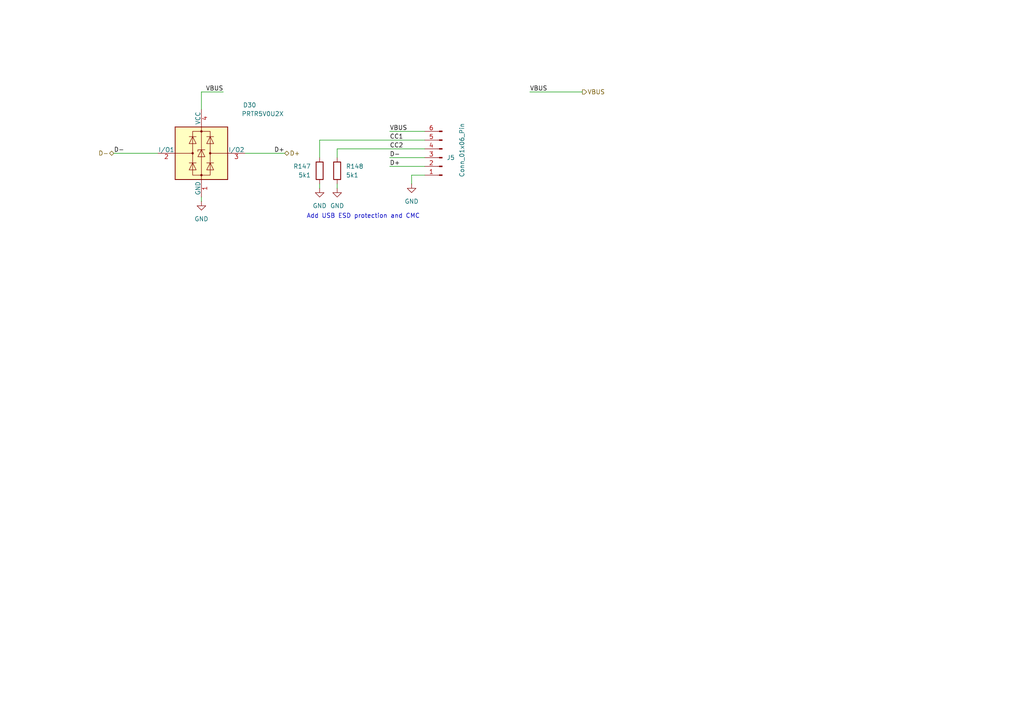
<source format=kicad_sch>
(kicad_sch (version 20231120) (generator "eeschema") (generator_version "8.0")
  (paper "A4")
  (lib_symbols
    (symbol "Connector:Conn_01x06_Pin" (pin_names (offset 1.016) hide)
      (property "Reference" "J" (at 0 7.62 0))
      (property "Value" "Conn_01x06_Pin" (at 0 -10.16 0))
      (symbol "Conn_01x06_Pin_1_1"
        (polyline (pts (xy 1.27 -7.62) (xy 0.8636 -7.62)) (stroke (width 0.1524)))
        (polyline (pts (xy 1.27 -5.08) (xy 0.8636 -5.08)) (stroke (width 0.1524)))
        (polyline (pts (xy 1.27 -2.54) (xy 0.8636 -2.54)) (stroke (width 0.1524)))
        (polyline (pts (xy 1.27 0) (xy 0.8636 0)) (stroke (width 0.1524)))
        (polyline (pts (xy 1.27 2.54) (xy 0.8636 2.54)) (stroke (width 0.1524)))
        (polyline (pts (xy 1.27 5.08) (xy 0.8636 5.08)) (stroke (width 0.1524)))
        (rectangle (start 0.8636 -7.493) (end 0 -7.747) (stroke (width 0.1524)) (fill (type outline)))
        (rectangle (start 0.8636 -4.953) (end 0 -5.207) (stroke (width 0.1524)) (fill (type outline)))
        (rectangle (start 0.8636 -2.413) (end 0 -2.667) (stroke (width 0.1524)) (fill (type outline)))
        (rectangle (start 0.8636 0.127) (end 0 -0.127) (stroke (width 0.1524)) (fill (type outline)))
        (rectangle (start 0.8636 2.667) (end 0 2.413) (stroke (width 0.1524)) (fill (type outline)))
        (rectangle (start 0.8636 5.207) (end 0 4.953) (stroke (width 0.1524)) (fill (type outline)))
        (pin passive line (at 5.08 5.08 180) (length 3.81) (name "Pin_1") (number "1"))
        (pin passive line (at 5.08 2.54 180) (length 3.81) (name "Pin_2") (number "2"))
        (pin passive line (at 5.08 0 180) (length 3.81) (name "Pin_3") (number "3"))
        (pin passive line (at 5.08 -2.54 180) (length 3.81) (name "Pin_4") (number "4"))
        (pin passive line (at 5.08 -5.08 180) (length 3.81) (name "Pin_5") (number "5"))
        (pin passive line (at 5.08 -7.62 180) (length 3.81) (name "Pin_6") (number "6"))
      )
    )
    (symbol "Device:R" (pin_numbers hide) (pin_names (offset 0))
      (property "Reference" "R" (at 2.032 0 90))
      (property "Value" "R" (at 0 0 90))
      (symbol "R_0_1"
        (rectangle (start -1.016 -2.54) (end 1.016 2.54) (stroke (width 0.254)))
      )
      (symbol "R_1_1"
        (pin passive line (at 0 3.81 270) (length 1.27) (name "~") (number "1"))
        (pin passive line (at 0 -3.81 90) (length 1.27) (name "~") (number "2"))
      )
    )
    (symbol "Power_Protection:PRTR5V0U2X" (pin_names (offset 0))
      (property "Reference" "D" (at 2.794 8.636 0))
      (property "Value" "PRTR5V0U2X" (at 8.128 -9.398 0))
      (symbol "PRTR5V0U2X_0_1"
        (rectangle (start -7.62 -7.62) (end 7.62 7.62) (stroke (width 0.254)) (fill (type background)))
        (circle (center -2.54 0) (radius 0.254) (fill (type outline)))
        (rectangle (start -2.54 6.35) (end 2.54 -6.35))
        (circle (center 0 -6.35) (radius 0.254) (fill (type outline)))
        (polyline (pts (xy -2.54 0) (xy -7.62 0)))
        (polyline (pts (xy -1.524 -2.794) (xy -3.556 -2.794)))
        (polyline (pts (xy -1.524 4.826) (xy -3.556 4.826)))
        (polyline (pts (xy 0 -7.62) (xy 0 7.62)))
        (polyline (pts (xy 1.524 -2.794) (xy 3.556 -2.794)))
        (polyline (pts (xy 1.524 4.826) (xy 3.556 4.826)))
        (polyline (pts (xy 2.54 0) (xy 7.62 0)))
        (polyline (pts (xy 1.016 1.016) (xy -1.016 1.016) (xy -1.016 0.508)))
        (polyline (pts (xy -3.556 -4.826) (xy -1.524 -4.826) (xy -2.54 -2.794) (xy -3.556 -4.826)))
        (polyline (pts (xy -3.556 2.794) (xy -1.524 2.794) (xy -2.54 4.826) (xy -3.556 2.794)))
        (polyline (pts (xy -1.016 -1.016) (xy 1.016 -1.016) (xy 0 1.016) (xy -1.016 -1.016)))
        (polyline (pts (xy 3.556 -4.826) (xy 1.524 -4.826) (xy 2.54 -2.794) (xy 3.556 -4.826)))
        (polyline (pts (xy 3.556 2.794) (xy 1.524 2.794) (xy 2.54 4.826) (xy 3.556 2.794)))
        (circle (center 0 6.35) (radius 0.254) (fill (type outline)))
        (circle (center 2.54 0) (radius 0.254) (fill (type outline)))
      )
      (symbol "PRTR5V0U2X_1_1"
        (pin passive line (at 0 -12.7 90) (length 5.08) (name "GND") (number "1"))
        (pin passive line (at -12.7 0 0) (length 5.08) (name "I/O1") (number "2"))
        (pin passive line (at 12.7 0 180) (length 5.08) (name "I/O2") (number "3"))
        (pin passive line (at 0 12.7 270) (length 5.08) (name "VCC") (number "4"))
      )
    )
    (symbol "power:GND" (power) (pin_numbers hide) (pin_names (offset 0) hide)
      (property "Value" "GND" (at 0 -3.81 0))
      (symbol "GND_0_1"
        (polyline (pts (xy 0 0) (xy 0 -1.27) (xy 1.27 -1.27) (xy 0 -2.54) (xy -1.27 -1.27) (xy 0 -1.27)))
      )
      (symbol "GND_1_1"
        (pin power_in line (at 0 0 270) (length 0) (name "~") (number "1"))
      )
    )
  )
  (wire (pts (xy 113.03 45.72) (xy 123.19 45.72)))
  (wire (pts (xy 113.03 48.26) (xy 123.19 48.26)))
  (wire (pts (xy 97.79 45.72) (xy 97.79 43.18)))
  (wire (pts (xy 92.71 45.72) (xy 92.71 40.64)))
  (wire (pts (xy 119.38 53.34) (xy 119.38 50.8)))
  (wire (pts (xy 64.77 26.67) (xy 58.42 26.67)))
  (wire (pts (xy 33.02 44.45) (xy 45.72 44.45)))
  (wire (pts (xy 153.67 26.67) (xy 168.91 26.67)))
  (wire (pts (xy 119.38 50.8) (xy 123.19 50.8)))
  (wire (pts (xy 113.03 38.1) (xy 123.19 38.1)))
  (wire (pts (xy 58.42 26.67) (xy 58.42 31.75)))
  (wire (pts (xy 97.79 43.18) (xy 123.19 43.18)))
  (wire (pts (xy 92.71 54.61) (xy 92.71 53.34)))
  (wire (pts (xy 92.71 40.64) (xy 123.19 40.64)))
  (wire (pts (xy 58.42 57.15) (xy 58.42 58.42)))
  (wire (pts (xy 97.79 54.61) (xy 97.79 53.34)))
  (wire (pts (xy 71.12 44.45) (xy 82.55 44.45)))
  (text "Add USB ESD protection and CMC" (at 88.9 63.5 0) (effects (font (size 1.27 1.27)) (justify left bottom)))
  (label "D-" (at 33.02 44.45 0))
  (label "D+" (at 113.03 48.26 0))
  (label "VBUS" (at 113.03 38.1 0))
  (label "CC1" (at 113.03 40.64 0))
  (label "VBUS" (at 153.67 26.67 0))
  (label "VBUS" (at 64.77 26.67 180))
  (label "D-" (at 113.03 45.72 0))
  (label "CC2" (at 113.03 43.18 0))
  (label "D+" (at 82.55 44.45 180))
  (hierarchical_label "VBUS" (shape output) (at 168.91 26.67 0))
  (hierarchical_label "D+" (shape bidirectional) (at 82.55 44.45 0))
  (hierarchical_label "D-" (shape bidirectional) (at 33.02 44.45 180))
  (symbol (lib_id "Device:R") (at 97.79 49.53 0) (unit 1)
    (property "Reference" "R148" (at 100.33 48.26 0) (effects (justify left)))
    (property "Value" "5k1" (at 100.33 50.8 0) (effects (justify left)))
    (property "Footprint" "Resistor_SMD:R_0603_1608Metric" (effects (hide yes)))
  )
  (symbol (lib_id "power:GND") (at 92.71 54.61 0) (unit 1)
    (property "Reference" "#PWR0158" (effects (hide yes)))
    (property "Value" "GND" (at 92.71 59.69 0))
    (property "Description" "Power symbol creates a global label with name \"GND\" , ground" (effects (hide yes)))
  )
  (symbol (lib_id "power:GND") (at 58.42 58.42 0) (unit 1)
    (property "Reference" "#PWR0160" (effects (hide yes)))
    (property "Value" "GND" (at 58.42 63.5 0))
    (property "Description" "Power symbol creates a global label with name \"GND\" , ground" (effects (hide yes)))
  )
  (symbol (lib_id "Connector:Conn_01x06_Pin") (at 128.27 45.72 180) (unit 1)
    (property "Reference" "J5" (at 129.54 45.72 0) (effects (justify right)))
    (property "Value" "Conn_01x06_Pin" (at 133.985 51.435 90) (effects (justify right)))
    (property "Footprint" "Connector_JST:JST_PH_B6B-PH-K_1x06_P2.00mm_Vertical" (effects (hide yes)))
    (property "MPN" "B6B-PH-K-S" (effects (hide yes)))
  )
  (symbol (lib_id "power:GND") (at 119.38 53.34 0) (unit 1)
    (property "Reference" "#PWR0157" (effects (hide yes)))
    (property "Value" "GND" (at 119.38 58.42 0))
    (property "Description" "Power symbol creates a global label with name \"GND\" , ground" (effects (hide yes)))
  )
  (symbol (lib_id "Device:R") (at 92.71 49.53 0) (mirror y) (unit 1)
    (property "Reference" "R147" (at 90.17 48.26 0) (effects (justify left)))
    (property "Value" "5k1" (at 90.17 50.8 0) (effects (justify left)))
    (property "Footprint" "Resistor_SMD:R_0603_1608Metric" (effects (hide yes)))
  )
  (symbol (lib_id "power:GND") (at 97.79 54.61 0) (unit 1)
    (property "Reference" "#PWR0159" (effects (hide yes)))
    (property "Value" "GND" (at 97.79 59.69 0))
    (property "Description" "Power symbol creates a global label with name \"GND\" , ground" (effects (hide yes)))
  )
  (symbol (lib_id "Power_Protection:PRTR5V0U2X") (at 58.42 44.45 0) (unit 1)
    (property "Reference" "D30" (at 72.39 30.48 0))
    (property "Value" "PRTR5V0U2X" (at 76.2 33.02 0))
    (property "Footprint" "Package_TO_SOT_SMD:SOT-143" (effects (hide yes)))
    (property "Datasheet" "https://assets.nexperia.com/documents/data-sheet/PRTR5V0U2X.pdf" (effects (hide yes)))
    (property "MPN" "PRTR5V0U2AX,215" (effects (hide yes)))
  )
)
</source>
